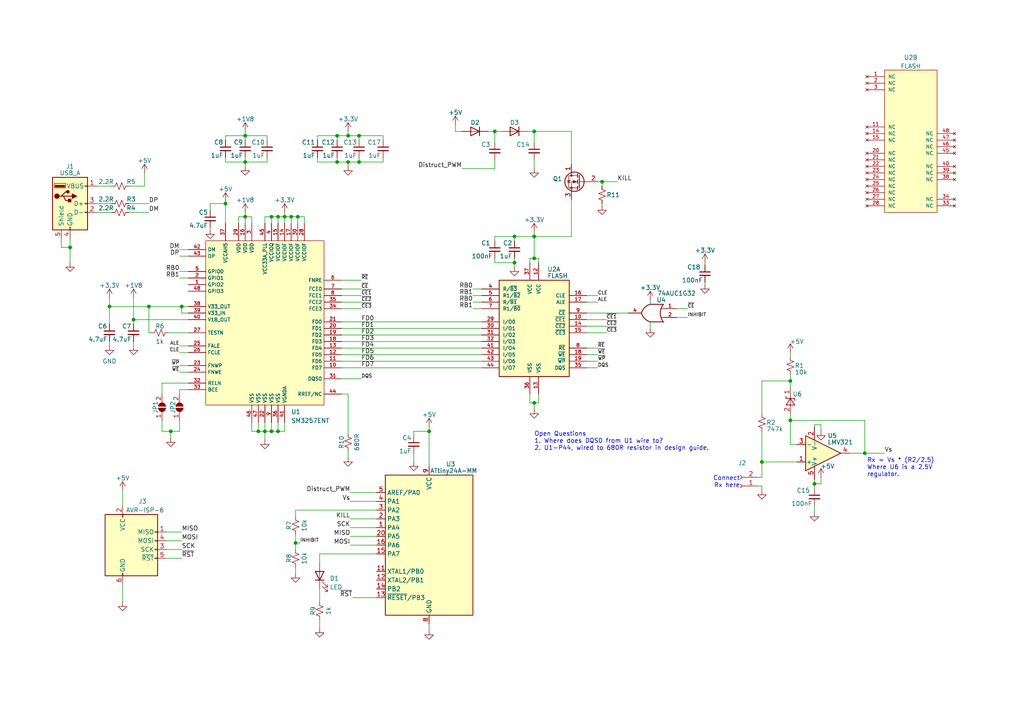
<source format=kicad_sch>
(kicad_sch (version 20211123) (generator eeschema)
  (paper "A4")
  (lib_symbols
    (symbol "74xGxx:74AUC1G32" (pin_names (offset 1.016))
      (property "Reference" "U" (at -2.54 3.81 0))
      (property "Value" "74AUC1G32" (at 0 -3.81 0))
      (symbol "74AUC1G32_1_1"
        (pin input line (at -7.62 1.27 0) (length 3.81) (name "~") (number "1"))
        (pin input line (at -7.62 -1.27 0) (length 3.81) (name "~") (number "2"))
        (pin power_in line (at 0 -2.54 270) (length 0) hide (name "GND") (number "3"))
        (pin output line (at 6.35 0 180) (length 3.81) (name "~") (number "4"))
        (pin power_in line (at 0 2.54 90) (length 0) hide (name "VCC") (number "5"))
      )
    )
    (symbol "Amplifier_Operational:LMV321" (pin_names (offset 0.127))
      (property "Reference" "U" (at 0 5.08 0))
      (property "Value" "LMV321" (at 0 -5.08 0))
      (symbol "LMV321_0_1"
        (pin power_in line (at -2.54 -7.62 90) (length 3.81) (name "V-") (number "2"))
        (pin power_in line (at -2.54 7.62 270) (length 3.81) (name "V+") (number "5"))
      )
      (symbol "LMV321_1_1"
        (pin input line (at -7.62 2.54 0) (length 2.54) (name "+") (number "1"))
        (pin input line (at -7.62 -2.54 0) (length 2.54) (name "-") (number "3"))
        (pin output line (at 7.62 0 180) (length 2.54) (name "~") (number "4"))
      )
    )
    (symbol "Connector:AVR-ISP-6" (pin_names (offset 1.016))
      (property "Reference" "J" (at -6.35 11.43 0))
      (property "Value" "AVR-ISP-6" (at 0 11.43 0))
      (symbol "AVR-ISP-6_1_1"
        (pin passive line (at 10.16 5.08 180) (length 2.54) (name "MISO") (number "1"))
        (pin passive line (at -2.54 12.7 270) (length 2.54) (name "VCC") (number "2"))
        (pin passive line (at 10.16 0 180) (length 2.54) (name "SCK") (number "3"))
        (pin passive line (at 10.16 2.54 180) (length 2.54) (name "MOSI") (number "4"))
        (pin passive line (at 10.16 -2.54 180) (length 2.54) (name "~{RST}") (number "5"))
        (pin passive line (at -2.54 -10.16 90) (length 2.54) (name "GND") (number "6"))
      )
    )
    (symbol "Connector:Conn_01x02_Female" (pin_names (offset 1.016) hide)
      (property "Reference" "J" (at 0 2.54 0))
      (property "Value" "Conn_01x02_Female" (at 0 -5.08 0))
      (symbol "Conn_01x02_Female_1_1"
        (pin passive line (at -5.08 0 0) (length 3.81) (name "Pin_1") (number "1"))
        (pin passive line (at -5.08 -2.54 0) (length 3.81) (name "Pin_2") (number "2"))
      )
    )
    (symbol "Connector:USB_A" (pin_names (offset 1.016))
      (property "Reference" "J" (at -5.08 11.43 0))
      (property "Value" "USB_A" (at -5.08 8.89 0))
      (symbol "USB_A_1_1"
        (pin power_in line (at 7.62 5.08 180) (length 2.54) (name "VBUS") (number "1"))
        (pin bidirectional line (at 7.62 -2.54 180) (length 2.54) (name "D-") (number "2"))
        (pin bidirectional line (at 7.62 0 180) (length 2.54) (name "D+") (number "3"))
        (pin power_in line (at 0 -10.16 90) (length 2.54) (name "GND") (number "4"))
        (pin passive line (at -2.54 -10.16 90) (length 2.54) (name "Shield") (number "5"))
      )
    )
    (symbol "Device:C_Small" (pin_numbers hide) (pin_names (offset 0.254) hide)
      (property "Reference" "C" (at 0.254 1.778 0))
      (property "Value" "C_Small" (at 0.254 -2.032 0))
      (symbol "C_Small_1_1"
        (pin passive line (at 0 2.54 270) (length 2.032) (name "~") (number "1"))
        (pin passive line (at 0 -2.54 90) (length 2.032) (name "~") (number "2"))
      )
    )
    (symbol "Device:D" (pin_numbers hide) (pin_names (offset 1.016) hide)
      (property "Reference" "D" (at 0 2.54 0))
      (property "Value" "D" (at 0 -2.54 0))
      (symbol "D_1_1"
        (pin passive line (at -3.81 0 0) (length 2.54) (name "K") (number "1"))
        (pin passive line (at 3.81 0 180) (length 2.54) (name "A") (number "2"))
      )
    )
    (symbol "Device:LED" (pin_numbers hide) (pin_names (offset 1.016) hide)
      (property "Reference" "D" (at 0 2.54 0))
      (property "Value" "LED" (at 0 -2.54 0))
      (symbol "LED_1_1"
        (pin passive line (at -3.81 0 0) (length 2.54) (name "K") (number "1"))
        (pin passive line (at 3.81 0 180) (length 2.54) (name "A") (number "2"))
      )
    )
    (symbol "Device:Q_NMOS_DGS" (pin_names (offset 0) hide)
      (property "Reference" "Q" (at 5.08 1.27 0))
      (property "Value" "Q_NMOS_DGS" (at 5.08 -1.27 0))
      (symbol "Q_NMOS_DGS_1_1"
        (pin passive line (at 2.54 5.08 270) (length 2.54) (name "D") (number "1"))
        (pin input line (at -5.08 0 0) (length 2.54) (name "G") (number "2"))
        (pin passive line (at 2.54 -5.08 90) (length 2.54) (name "S") (number "3"))
      )
    )
    (symbol "Device:R_Small_US" (pin_numbers hide) (pin_names (offset 0.254) hide)
      (property "Reference" "R" (at 0.762 0.508 0))
      (property "Value" "R_Small_US" (at 0.762 -1.016 0))
      (symbol "R_Small_US_1_1"
        (pin passive line (at 0 2.54 270) (length 1.016) (name "~") (number "1"))
        (pin passive line (at 0 -2.54 90) (length 1.016) (name "~") (number "2"))
      )
    )
    (symbol "JDEC_FLASH:JDEC_FLASH" (pin_names (offset 1.016))
      (property "Reference" "U" (at -7.62 14.605 0))
      (property "Value" "JDEC_FLASH" (at 1.27 -19.685 90))
      (symbol "JDEC_FLASH_1_0"
        (pin input line (at -15.24 2.54 0) (length 5.08) (name "~{CE1}") (number "10"))
        (pin power_in line (at -1.27 19.05 270) (length 5.08) (name "VCC") (number "12"))
        (pin power_in line (at -1.27 -19.05 90) (length 5.08) (name "VSS") (number "13"))
        (pin input line (at -15.24 0.635 0) (length 5.08) (name "~{CE2}") (number "14"))
        (pin input line (at -15.24 -1.27 0) (length 5.08) (name "~{CE3}") (number "15"))
        (pin input line (at -15.24 9.525 0) (length 5.08) (name "CLE") (number "16"))
        (pin input line (at -15.24 7.62 0) (length 5.08) (name "ALE") (number "17"))
        (pin input line (at -15.24 -7.62 0) (length 5.08) (name "~{WE}") (number "18"))
        (pin input line (at -15.24 -9.525 0) (length 5.08) (name "~{WP}") (number "19"))
        (pin bidirectional line (at 15.24 1.905 180) (length 5.08) (name "I/O0") (number "29"))
        (pin bidirectional line (at 15.24 0 180) (length 5.08) (name "I/O1") (number "30"))
        (pin bidirectional line (at 15.24 -1.905 180) (length 5.08) (name "I/O2") (number "31"))
        (pin bidirectional line (at 15.24 -3.81 180) (length 5.08) (name "I/O3") (number "32"))
        (pin input line (at -15.24 -11.43 0) (length 5.08) (name "DQS") (number "35"))
        (pin power_in line (at 1.27 -19.05 90) (length 5.08) (name "VSS") (number "36"))
        (pin power_in line (at 1.27 19.05 270) (length 5.08) (name "VCC") (number "37"))
        (pin output line (at 15.24 11.43 180) (length 5.08) (name "R/~{B3}") (number "4"))
        (pin bidirectional line (at 15.24 -5.715 180) (length 5.08) (name "I/O4") (number "41"))
        (pin bidirectional line (at 15.24 -7.62 180) (length 5.08) (name "I/O5") (number "42"))
        (pin bidirectional line (at 15.24 -9.525 180) (length 5.08) (name "I/O6") (number "43"))
        (pin bidirectional line (at 15.24 -11.43 180) (length 5.08) (name "I/O7") (number "44"))
        (pin output line (at 15.24 9.525 180) (length 5.08) (name "R1/~{B2}") (number "5"))
        (pin output line (at 15.24 7.62 180) (length 5.08) (name "R/~{B1}") (number "6"))
        (pin output line (at 15.24 5.715 180) (length 5.08) (name "R1/~{B0}") (number "7"))
        (pin input line (at -15.24 -5.715 0) (length 5.08) (name "~{RE}") (number "8"))
        (pin input line (at -15.24 4.445 0) (length 5.08) (name "~{CE}") (number "9"))
      )
      (symbol "JDEC_FLASH_2_0"
        (pin no_connect line (at -12.7 18.415 0) (length 5.08) (name "NC") (number "1"))
        (pin no_connect line (at -12.7 3.81 0) (length 5.08) (name "NC") (number "11"))
        (pin no_connect line (at -12.7 1.905 0) (length 5.08) (name "NC") (number "14"))
        (pin no_connect line (at -12.7 0 0) (length 5.08) (name "NC") (number "15"))
        (pin no_connect line (at -12.7 16.51 0) (length 5.08) (name "NC") (number "2"))
        (pin no_connect line (at -12.7 -3.81 0) (length 5.08) (name "NC") (number "20"))
        (pin no_connect line (at -12.7 -5.715 0) (length 5.08) (name "NC") (number "21"))
        (pin no_connect line (at -12.7 -7.62 0) (length 5.08) (name "NC") (number "22"))
        (pin no_connect line (at -12.7 -9.525 0) (length 5.08) (name "NC") (number "23"))
        (pin no_connect line (at -12.7 -11.43 0) (length 5.08) (name "NC") (number "24"))
        (pin no_connect line (at -12.7 -13.335 0) (length 5.08) (name "NC") (number "25"))
        (pin no_connect line (at -12.7 -15.24 0) (length 5.08) (name "NC") (number "26"))
        (pin no_connect line (at -12.7 -17.145 0) (length 5.08) (name "NC") (number "27"))
        (pin no_connect line (at -12.7 -19.05 0) (length 5.08) (name "NC") (number "28"))
        (pin no_connect line (at -12.7 14.605 0) (length 5.08) (name "NC") (number "3"))
        (pin no_connect line (at 12.7 -19.05 180) (length 5.08) (name "NC") (number "33"))
        (pin no_connect line (at 12.7 -17.145 180) (length 5.08) (name "NC") (number "34"))
        (pin no_connect line (at 12.7 -11.43 180) (length 5.08) (name "NC") (number "38"))
        (pin no_connect line (at 12.7 -9.525 180) (length 5.08) (name "NC") (number "39"))
        (pin no_connect line (at 12.7 -7.62 180) (length 5.08) (name "NC") (number "40"))
        (pin no_connect line (at 12.7 -3.81 180) (length 5.08) (name "NC") (number "45"))
        (pin no_connect line (at 12.7 -1.905 180) (length 5.08) (name "NC") (number "46"))
        (pin no_connect line (at 12.7 0 180) (length 5.08) (name "NC") (number "47"))
        (pin no_connect line (at 12.7 1.905 180) (length 5.08) (name "NC") (number "48"))
      )
    )
    (symbol "JDEC_FLASH_1" (pin_names (offset 1.016))
      (property "Reference" "U" (at -7.62 14.605 0))
      (property "Value" "JDEC_FLASH_1" (at 1.27 -19.685 90))
      (symbol "JDEC_FLASH_1_1_0"
        (pin input line (at -15.24 2.54 0) (length 5.08) (name "~{CE1}") (number "10"))
        (pin power_in line (at -1.27 19.05 270) (length 5.08) (name "VCC") (number "12"))
        (pin power_in line (at -1.27 -19.05 90) (length 5.08) (name "VSS") (number "13"))
        (pin input line (at -15.24 0.635 0) (length 5.08) (name "~{CE2}") (number "14"))
        (pin input line (at -15.24 -1.27 0) (length 5.08) (name "~{CE3}") (number "15"))
        (pin input line (at -15.24 9.525 0) (length 5.08) (name "CLE") (number "16"))
        (pin input line (at -15.24 7.62 0) (length 5.08) (name "ALE") (number "17"))
        (pin input line (at -15.24 -7.62 0) (length 5.08) (name "~{WE}") (number "18"))
        (pin input line (at -15.24 -9.525 0) (length 5.08) (name "~{WP}") (number "19"))
        (pin bidirectional line (at 15.24 1.905 180) (length 5.08) (name "I/O0") (number "29"))
        (pin bidirectional line (at 15.24 0 180) (length 5.08) (name "I/O1") (number "30"))
        (pin bidirectional line (at 15.24 -1.905 180) (length 5.08) (name "I/O2") (number "31"))
        (pin bidirectional line (at 15.24 -3.81 180) (length 5.08) (name "I/O3") (number "32"))
        (pin input line (at -15.24 -11.43 0) (length 5.08) (name "DQS") (number "35"))
        (pin power_in line (at 1.27 -19.05 90) (length 5.08) (name "VSS") (number "36"))
        (pin power_in line (at 1.27 19.05 270) (length 5.08) (name "VCC") (number "37"))
        (pin output line (at 15.24 11.43 180) (length 5.08) (name "R/~{B3}") (number "4"))
        (pin bidirectional line (at 15.24 -5.715 180) (length 5.08) (name "I/O4") (number "41"))
        (pin bidirectional line (at 15.24 -7.62 180) (length 5.08) (name "I/O5") (number "42"))
        (pin bidirectional line (at 15.24 -9.525 180) (length 5.08) (name "I/O6") (number "43"))
        (pin bidirectional line (at 15.24 -11.43 180) (length 5.08) (name "I/O7") (number "44"))
        (pin output line (at 15.24 9.525 180) (length 5.08) (name "R1/~{B2}") (number "5"))
        (pin output line (at 15.24 7.62 180) (length 5.08) (name "R/~{B1}") (number "6"))
        (pin output line (at 15.24 5.715 180) (length 5.08) (name "R1/~{B0}") (number "7"))
        (pin input line (at -15.24 -5.715 0) (length 5.08) (name "~{RE}") (number "8"))
        (pin input line (at -15.24 4.445 0) (length 5.08) (name "~{CE}") (number "9"))
      )
      (symbol "JDEC_FLASH_1_2_0"
        (pin no_connect line (at -12.7 18.415 0) (length 5.08) (name "NC") (number "1"))
        (pin no_connect line (at -12.7 3.81 0) (length 5.08) (name "NC") (number "11"))
        (pin no_connect line (at -12.7 1.905 0) (length 5.08) (name "NC") (number "14"))
        (pin no_connect line (at -12.7 0 0) (length 5.08) (name "NC") (number "15"))
        (pin no_connect line (at -12.7 16.51 0) (length 5.08) (name "NC") (number "2"))
        (pin no_connect line (at -12.7 -3.81 0) (length 5.08) (name "NC") (number "20"))
        (pin no_connect line (at -12.7 -5.715 0) (length 5.08) (name "NC") (number "21"))
        (pin no_connect line (at -12.7 -7.62 0) (length 5.08) (name "NC") (number "22"))
        (pin no_connect line (at -12.7 -9.525 0) (length 5.08) (name "NC") (number "23"))
        (pin no_connect line (at -12.7 -11.43 0) (length 5.08) (name "NC") (number "24"))
        (pin no_connect line (at -12.7 -13.335 0) (length 5.08) (name "NC") (number "25"))
        (pin no_connect line (at -12.7 -15.24 0) (length 5.08) (name "NC") (number "26"))
        (pin no_connect line (at -12.7 -17.145 0) (length 5.08) (name "NC") (number "27"))
        (pin no_connect line (at -12.7 -19.05 0) (length 5.08) (name "NC") (number "28"))
        (pin no_connect line (at -12.7 14.605 0) (length 5.08) (name "NC") (number "3"))
        (pin no_connect line (at 12.7 -19.05 180) (length 5.08) (name "NC") (number "33"))
        (pin no_connect line (at 12.7 -17.145 180) (length 5.08) (name "NC") (number "34"))
        (pin no_connect line (at 12.7 -11.43 180) (length 5.08) (name "NC") (number "38"))
        (pin no_connect line (at 12.7 -9.525 180) (length 5.08) (name "NC") (number "39"))
        (pin no_connect line (at 12.7 -7.62 180) (length 5.08) (name "NC") (number "40"))
        (pin no_connect line (at 12.7 -3.81 180) (length 5.08) (name "NC") (number "45"))
        (pin no_connect line (at 12.7 -1.905 180) (length 5.08) (name "NC") (number "46"))
        (pin no_connect line (at 12.7 0 180) (length 5.08) (name "NC") (number "47"))
        (pin no_connect line (at 12.7 1.905 180) (length 5.08) (name "NC") (number "48"))
      )
    )
    (symbol "Jumper:SolderJumper_2_Open" (pin_names (offset 0) hide)
      (property "Reference" "JP" (at 0 2.032 0))
      (property "Value" "SolderJumper_2_Open" (at 0 -2.54 0))
      (symbol "SolderJumper_2_Open_1_1"
        (pin passive line (at -3.81 0 0) (length 2.54) (name "A") (number "1"))
        (pin passive line (at 3.81 0 180) (length 2.54) (name "B") (number "2"))
      )
    )
    (symbol "MCU_Microchip_ATtiny:ATtiny24A-MM"
      (property "Reference" "U" (at -12.7 21.59 0))
      (property "Value" "ATtiny24A-MM" (at 2.54 -21.59 0))
      (symbol "ATtiny24A-MM_1_1"
        (pin bidirectional line (at 15.24 5.08 180) (length 2.54) (name "PA4") (number "1"))
        (pin no_connect line (at -12.7 -10.16 0) (length 2.54) hide (name "NC") (number "10"))
        (pin bidirectional line (at 15.24 -7.62 180) (length 2.54) (name "XTAL1/PB0") (number "11"))
        (pin bidirectional line (at 15.24 -10.16 180) (length 2.54) (name "XTAL2/PB1") (number "12"))
        (pin bidirectional line (at 15.24 -15.24 180) (length 2.54) (name "~{RESET}/PB3") (number "13"))
        (pin bidirectional line (at 15.24 -12.7 180) (length 2.54) (name "PB2") (number "14"))
        (pin bidirectional line (at 15.24 -2.54 180) (length 2.54) (name "PA7") (number "15"))
        (pin bidirectional line (at 15.24 0 180) (length 2.54) (name "PA6") (number "16"))
        (pin no_connect line (at -12.7 -12.7 0) (length 2.54) hide (name "NC") (number "17"))
        (pin no_connect line (at -12.7 -15.24 0) (length 2.54) hide (name "NC") (number "18"))
        (pin no_connect line (at -12.7 -17.78 0) (length 2.54) hide (name "NC") (number "19"))
        (pin bidirectional line (at 15.24 7.62 180) (length 2.54) (name "PA3") (number "2"))
        (pin bidirectional line (at 15.24 2.54 180) (length 2.54) (name "PA5") (number "20"))
        (pin passive line (at 0 -22.86 90) (length 2.54) hide (name "GND") (number "21"))
        (pin bidirectional line (at 15.24 10.16 180) (length 2.54) (name "PA2") (number "3"))
        (pin bidirectional line (at 15.24 12.7 180) (length 2.54) (name "PA1") (number "4"))
        (pin bidirectional line (at 15.24 15.24 180) (length 2.54) (name "AREF/PA0") (number "5"))
        (pin no_connect line (at -12.7 -5.08 0) (length 2.54) hide (name "NC") (number "6"))
        (pin no_connect line (at -12.7 -7.62 0) (length 2.54) hide (name "NC") (number "7"))
        (pin power_in line (at 0 -22.86 90) (length 2.54) (name "GND") (number "8"))
        (pin power_in line (at 0 22.86 270) (length 2.54) (name "VCC") (number "9"))
      )
    )
    (symbol "Reference_Voltage:LM4040DBZ-2.5" (pin_names (offset 0.0254) hide)
      (property "Reference" "U" (at 0 2.54 0))
      (property "Value" "LM4040DBZ-2.5" (at 0 -3.175 0))
      (symbol "LM4040DBZ-2.5_1_1"
        (pin passive line (at 3.81 0 180) (length 2.54) (name "K") (number "1"))
        (pin passive line (at -3.81 0 0) (length 2.54) (name "A") (number "2"))
      )
    )
    (symbol "power:+1V8" (power) (pin_names (offset 0))
      (property "Value" "+1V8" (at 0 3.556 0))
      (symbol "+1V8_1_1"
        (pin power_in line (at 0 0 90) (length 0) hide (name "+1V8") (number "1"))
      )
    )
    (symbol "power:+3.3V" (power) (pin_names (offset 0))
      (property "Value" "+3.3V" (at 0 3.556 0))
      (symbol "+3.3V_1_1"
        (pin power_in line (at 0 0 90) (length 0) hide (name "+3.3V") (number "1"))
      )
    )
    (symbol "power:+5V" (power) (pin_names (offset 0))
      (property "Value" "+5V" (at 0 3.556 0))
      (symbol "+5V_1_1"
        (pin power_in line (at 0 0 90) (length 0) hide (name "+5V") (number "1"))
      )
    )
    (symbol "power:GND" (power) (pin_names (offset 0))
      (property "Value" "GND" (at 0 -3.81 0))
      (symbol "GND_1_1"
        (pin power_in line (at 0 0 270) (length 0) hide (name "GND") (number "1"))
      )
    )
    (symbol "sm3257en:SM3257ENT"
      (property "Reference" "U" (at 13.335 26.67 0))
      (property "Value" "SM3257ENT" (at 17.78 24.765 0))
      (symbol "SM3257ENT_1_0"
        (pin bidirectional line (at -22.225 10.795 0) (length 5.08) (name "GPIO2") (number "1"))
        (pin bidirectional line (at 22.225 -13.335 180) (length 5.08) (name "FD7") (number "10"))
        (pin bidirectional line (at 22.225 -11.43 180) (length 5.08) (name "FD6") (number "11"))
        (pin bidirectional line (at 22.225 -9.525 180) (length 5.08) (name "FD5") (number "12"))
        (pin bidirectional line (at 22.225 -7.62 180) (length 5.08) (name "FD4") (number "13"))
        (pin power_in line (at 5.715 28.575 270) (length 5.08) (name "VCCIOF") (number "14"))
        (pin power_in line (at 3.81 28.575 270) (length 5.08) (name "VCCIOF") (number "15"))
        (pin power_in line (at -5.715 28.575 270) (length 5.08) (name "VDD") (number "16"))
        (pin power_in line (at 7.62 28.575 270) (length 5.08) (name "VCCIOF") (number "17"))
        (pin bidirectional line (at 22.225 -5.715 180) (length 5.08) (name "FD3") (number "18"))
        (pin bidirectional line (at 22.225 -3.81 180) (length 5.08) (name "FD2") (number "19"))
        (pin bidirectional line (at -22.225 12.7 0) (length 5.08) (name "GPIO1") (number "2"))
        (pin bidirectional line (at 22.225 -1.905 180) (length 5.08) (name "FD1") (number "20"))
        (pin bidirectional line (at 22.225 0 180) (length 5.08) (name "FD0") (number "21"))
        (pin power_in line (at 0 -29.21 90) (length 5.08) (name "VSS") (number "22"))
        (pin output line (at -22.225 -12.7 0) (length 5.08) (name "FNWP") (number "23"))
        (pin output line (at -22.225 -14.605 0) (length 5.08) (name "FNWE") (number "24"))
        (pin output line (at -22.225 -6.985 0) (length 5.08) (name "FALE") (number "25"))
        (pin output line (at -22.225 -8.89 0) (length 5.08) (name "FCLE") (number "26"))
        (pin input line (at -22.225 -3.175 0) (length 5.08) (name "TESTN") (number "27"))
        (pin power_in line (at 11.43 28.575 270) (length 5.08) (name "VCCIOF") (number "28"))
        (pin power_in line (at -7.62 28.575 270) (length 5.08) (name "VDD") (number "29"))
        (pin power_in line (at -3.81 28.575 270) (length 5.08) (name "VDD") (number "3"))
        (pin power_in line (at 9.525 28.575 270) (length 5.08) (name "VCCIOF") (number "30"))
        (pin bidirectional line (at 22.225 -16.51 180) (length 5.08) (name "DQS0") (number "31"))
        (pin input line (at -22.225 -17.78 0) (length 5.08) (name "RELN") (number "32"))
        (pin input line (at -22.225 -19.685 0) (length 5.08) (name "BCE") (number "33"))
        (pin bidirectional line (at 22.225 3.81 180) (length 5.08) (name "FCE3") (number "34"))
        (pin bidirectional line (at 22.225 5.715 180) (length 5.08) (name "FCE2") (number "35"))
        (pin power_in line (at 3.81 -29.21 90) (length 5.08) (name "VSS") (number "36"))
        (pin power_in line (at -11.43 28.575 270) (length 5.08) (name "VCCAH5") (number "37"))
        (pin power_out line (at -22.225 4.445 0) (length 5.08) (name "V33_OUT") (number "38"))
        (pin power_out line (at -22.225 2.54 0) (length 5.08) (name "V33_IN") (number "39"))
        (pin power_in line (at 1.905 28.575 270) (length 5.08) (name "VCCIOQ") (number "4"))
        (pin power_out line (at -22.225 0.635 0) (length 5.08) (name "V18_OUT") (number "40"))
        (pin power_in line (at 5.715 -29.21 90) (length 5.08) (name "VGNDA") (number "41"))
        (pin bidirectional line (at -22.225 20.955 0) (length 5.08) (name "DM") (number "42"))
        (pin bidirectional line (at -22.225 19.05 0) (length 5.08) (name "DP") (number "43"))
        (pin output line (at 22.225 -20.955 180) (length 5.08) (name "RREF/NC") (number "44"))
        (pin power_in line (at 0 28.575 270) (length 5.08) (name "VCC33A_PLL") (number "45"))
        (pin power_in line (at -3.81 -29.21 90) (length 5.08) (name "VSS") (number "46"))
        (pin power_in line (at -1.905 -29.21 90) (length 5.08) (name "VSS") (number "47"))
        (pin bidirectional line (at -22.225 8.89 0) (length 5.08) (name "GPIO3") (number "48"))
        (pin bidirectional line (at -22.225 14.605 0) (length 5.08) (name "GPIO0") (number "5"))
        (pin output line (at 22.225 12.065 180) (length 5.08) (name "FNRE") (number "6"))
        (pin bidirectional line (at 22.225 9.525 180) (length 5.08) (name "FCE0") (number "7"))
        (pin bidirectional line (at 22.225 7.62 180) (length 5.08) (name "FCE1") (number "8"))
        (pin power_in line (at 1.905 -29.21 90) (length 5.08) (name "VSS") (number "9"))
      )
    )
  )
  (junction (at 74.93 125.095))
  (junction (at 236.22 140.335))
  (junction (at 38.735 92.71))
  (junction (at 20.32 71.755))
  (junction (at 78.74 125.095))
  (junction (at 154.94 116.84))
  (junction (at 31.75 88.9))
  (junction (at 229.235 121.92))
  (junction (at 104.14 39.37))
  (junction (at 100.965 46.99))
  (junction (at 250.825 131.445))
  (junction (at 229.235 110.49))
  (junction (at 86.36 62.865))
  (junction (at 97.79 39.37))
  (junction (at 80.645 125.095))
  (junction (at 149.225 68.58))
  (junction (at 52.705 88.9))
  (junction (at 100.965 39.37))
  (junction (at 49.53 125.095))
  (junction (at 154.94 74.93))
  (junction (at 82.55 62.865))
  (junction (at 85.725 157.48))
  (junction (at 71.12 62.865))
  (junction (at 80.645 62.865))
  (junction (at 124.46 125.095))
  (junction (at 65.405 59.055))
  (junction (at 78.74 62.865))
  (junction (at 104.14 46.99))
  (junction (at 84.455 62.865))
  (junction (at 43.18 88.9))
  (junction (at 71.12 39.37))
  (junction (at 71.12 46.99))
  (junction (at 154.94 38.1))
  (junction (at 154.94 68.58))
  (junction (at 76.835 125.095))
  (junction (at 97.79 46.99))
  (junction (at 220.98 133.985))
  (junction (at 143.51 38.1))
  (junction (at 174.625 52.705))
  (junction (at 149.225 76.2))
  (wire (pts (xy 71.12 62.865) (xy 69.215 62.865)))
  (wire (pts (xy 132.08 38.1) (xy 133.985 38.1)))
  (wire (pts (xy 104.775 89.535) (xy 99.06 89.535)))
  (wire (pts (xy 71.12 62.865) (xy 73.025 62.865)))
  (wire (pts (xy 139.7 102.87) (xy 99.06 102.87)))
  (wire (pts (xy 71.12 61.595) (xy 71.12 62.865)))
  (wire (pts (xy 52.07 114.3) (xy 52.07 113.03)))
  (wire (pts (xy 86.36 64.77) (xy 86.36 62.865)))
  (wire (pts (xy 54.61 111.125) (xy 46.99 111.125)))
  (wire (pts (xy 31.75 86.36) (xy 31.75 88.9)))
  (wire (pts (xy 76.835 62.865) (xy 76.835 64.77)))
  (wire (pts (xy 38.735 93.98) (xy 38.735 92.71)))
  (wire (pts (xy 92.075 40.64) (xy 92.075 39.37)))
  (wire (pts (xy 101.6 142.875) (xy 109.22 142.875)))
  (wire (pts (xy 120.015 126.365) (xy 120.015 125.095)))
  (wire (pts (xy 52.07 100.33) (xy 54.61 100.33)))
  (wire (pts (xy 156.21 76.2) (xy 156.21 74.93)))
  (wire (pts (xy 137.16 87.63) (xy 139.7 87.63)))
  (wire (pts (xy 80.645 122.555) (xy 80.645 125.095)))
  (wire (pts (xy 97.79 39.37) (xy 100.965 39.37)))
  (wire (pts (xy 52.07 113.03) (xy 54.61 113.03)))
  (wire (pts (xy 231.14 128.905) (xy 229.235 128.905)))
  (wire (pts (xy 175.895 96.52) (xy 170.18 96.52)))
  (wire (pts (xy 78.74 64.77) (xy 78.74 62.865)))
  (wire (pts (xy 204.47 81.915) (xy 204.47 82.55)))
  (wire (pts (xy 149.225 68.58) (xy 154.94 68.58)))
  (wire (pts (xy 109.22 147.955) (xy 85.725 147.955)))
  (wire (pts (xy 149.225 76.2) (xy 149.225 77.47)))
  (wire (pts (xy 188.595 93.345) (xy 188.595 95.25)))
  (wire (pts (xy 37.465 59.055) (xy 43.18 59.055)))
  (wire (pts (xy 71.12 46.99) (xy 77.47 46.99)))
  (wire (pts (xy 27.94 59.055) (xy 32.385 59.055)))
  (wire (pts (xy 38.735 92.71) (xy 54.61 92.71)))
  (wire (pts (xy 111.125 45.72) (xy 111.125 46.99)))
  (wire (pts (xy 78.74 122.555) (xy 78.74 125.095)))
  (wire (pts (xy 32.385 53.975) (xy 27.94 53.975)))
  (wire (pts (xy 80.645 125.095) (xy 82.55 125.095)))
  (wire (pts (xy 236.22 140.335) (xy 236.22 141.605)))
  (wire (pts (xy 52.705 154.305) (xy 48.26 154.305)))
  (wire (pts (xy 43.815 96.52) (xy 43.18 96.52)))
  (wire (pts (xy 102.235 173.355) (xy 109.22 173.355)))
  (wire (pts (xy 219.71 138.43) (xy 220.98 138.43)))
  (wire (pts (xy 80.645 62.865) (xy 78.74 62.865)))
  (wire (pts (xy 124.46 180.975) (xy 124.46 182.88)))
  (wire (pts (xy 104.14 39.37) (xy 104.14 40.64)))
  (wire (pts (xy 17.78 71.755) (xy 20.32 71.755)))
  (wire (pts (xy 88.265 64.77) (xy 88.265 62.865)))
  (wire (pts (xy 52.705 156.845) (xy 48.26 156.845)))
  (wire (pts (xy 238.125 138.43) (xy 238.125 140.335)))
  (wire (pts (xy 71.12 38.1) (xy 71.12 39.37)))
  (wire (pts (xy 154.94 68.58) (xy 154.94 74.93)))
  (wire (pts (xy 52.07 102.235) (xy 54.61 102.235)))
  (wire (pts (xy 52.07 80.645) (xy 54.61 80.645)))
  (wire (pts (xy 92.075 45.72) (xy 92.075 46.99)))
  (wire (pts (xy 65.405 39.37) (xy 71.12 39.37)))
  (wire (pts (xy 229.235 102.235) (xy 229.235 103.505)))
  (wire (pts (xy 120.015 131.445) (xy 120.015 133.985)))
  (wire (pts (xy 52.705 159.385) (xy 48.26 159.385)))
  (wire (pts (xy 143.51 38.1) (xy 143.51 41.275)))
  (wire (pts (xy 71.12 39.37) (xy 71.12 40.64)))
  (wire (pts (xy 170.18 90.805) (xy 182.245 90.805)))
  (wire (pts (xy 174.625 52.705) (xy 174.625 53.975)))
  (wire (pts (xy 52.07 74.295) (xy 54.61 74.295)))
  (wire (pts (xy 170.18 106.68) (xy 173.355 106.68)))
  (wire (pts (xy 52.07 106.045) (xy 54.61 106.045)))
  (wire (pts (xy 153.035 38.1) (xy 154.94 38.1)))
  (wire (pts (xy 65.405 45.72) (xy 65.405 46.99)))
  (wire (pts (xy 220.98 133.985) (xy 220.98 125.095)))
  (wire (pts (xy 141.605 38.1) (xy 143.51 38.1)))
  (wire (pts (xy 92.71 163.195) (xy 92.71 160.655)))
  (wire (pts (xy 124.46 123.825) (xy 124.46 125.095)))
  (wire (pts (xy 100.965 46.99) (xy 100.965 48.26)))
  (wire (pts (xy 20.32 69.215) (xy 20.32 71.755)))
  (wire (pts (xy 73.025 122.555) (xy 73.025 125.095)))
  (wire (pts (xy 100.965 46.99) (xy 104.14 46.99)))
  (wire (pts (xy 175.895 94.615) (xy 170.18 94.615)))
  (wire (pts (xy 49.53 125.095) (xy 52.07 125.095)))
  (wire (pts (xy 229.235 110.49) (xy 229.235 112.395)))
  (wire (pts (xy 73.025 62.865) (xy 73.025 64.77)))
  (wire (pts (xy 78.74 125.095) (xy 80.645 125.095)))
  (wire (pts (xy 71.12 62.865) (xy 71.12 64.77)))
  (wire (pts (xy 71.12 45.72) (xy 71.12 46.99)))
  (wire (pts (xy 71.12 46.99) (xy 71.12 48.26)))
  (wire (pts (xy 54.61 88.9) (xy 52.705 88.9)))
  (wire (pts (xy 153.67 74.93) (xy 153.67 76.2)))
  (wire (pts (xy 179.07 52.705) (xy 174.625 52.705)))
  (wire (pts (xy 85.725 157.48) (xy 86.995 157.48)))
  (wire (pts (xy 236.22 123.825) (xy 236.22 123.19)))
  (wire (pts (xy 139.7 95.25) (xy 99.06 95.25)))
  (wire (pts (xy 154.94 67.31) (xy 154.94 68.58)))
  (wire (pts (xy 48.895 96.52) (xy 54.61 96.52)))
  (wire (pts (xy 77.47 46.99) (xy 77.47 45.72)))
  (wire (pts (xy 229.235 121.92) (xy 250.825 121.92)))
  (wire (pts (xy 196.215 92.075) (xy 199.39 92.075)))
  (wire (pts (xy 82.55 125.095) (xy 82.55 122.555)))
  (wire (pts (xy 154.94 38.1) (xy 165.735 38.1)))
  (wire (pts (xy 101.6 158.115) (xy 109.22 158.115)))
  (wire (pts (xy 236.22 123.19) (xy 238.125 123.19)))
  (wire (pts (xy 85.725 147.955) (xy 85.725 149.86)))
  (wire (pts (xy 52.07 72.39) (xy 54.61 72.39)))
  (wire (pts (xy 99.06 81.28) (xy 104.775 81.28)))
  (wire (pts (xy 220.98 133.985) (xy 220.98 138.43)))
  (wire (pts (xy 97.79 45.72) (xy 97.79 46.99)))
  (wire (pts (xy 52.07 125.095) (xy 52.07 121.92)))
  (wire (pts (xy 149.225 69.85) (xy 149.225 68.58)))
  (wire (pts (xy 60.96 59.055) (xy 65.405 59.055)))
  (wire (pts (xy 111.125 46.99) (xy 104.14 46.99)))
  (wire (pts (xy 154.94 46.355) (xy 154.94 48.895)))
  (wire (pts (xy 250.825 131.445) (xy 256.54 131.445)))
  (wire (pts (xy 82.55 64.77) (xy 82.55 62.865)))
  (wire (pts (xy 46.99 121.92) (xy 46.99 125.095)))
  (wire (pts (xy 104.14 39.37) (xy 111.125 39.37)))
  (wire (pts (xy 143.51 38.1) (xy 145.415 38.1)))
  (wire (pts (xy 111.125 39.37) (xy 111.125 40.64)))
  (wire (pts (xy 92.075 46.99) (xy 97.79 46.99)))
  (wire (pts (xy 156.21 74.93) (xy 154.94 74.93)))
  (wire (pts (xy 73.025 125.095) (xy 74.93 125.095)))
  (wire (pts (xy 104.775 87.63) (xy 99.06 87.63)))
  (wire (pts (xy 204.47 76.2) (xy 204.47 76.835)))
  (wire (pts (xy 124.46 125.095) (xy 124.46 135.255)))
  (wire (pts (xy 69.215 62.865) (xy 69.215 64.77)))
  (wire (pts (xy 43.18 96.52) (xy 43.18 88.9)))
  (wire (pts (xy 76.835 127.635) (xy 76.835 125.095)))
  (wire (pts (xy 154.94 74.93) (xy 153.67 74.93)))
  (wire (pts (xy 74.93 122.555) (xy 74.93 125.095)))
  (wire (pts (xy 65.405 46.99) (xy 71.12 46.99)))
  (wire (pts (xy 37.465 53.975) (xy 41.91 53.975)))
  (wire (pts (xy 174.625 52.705) (xy 173.355 52.705)))
  (wire (pts (xy 137.16 89.535) (xy 139.7 89.535)))
  (wire (pts (xy 88.265 62.865) (xy 86.36 62.865)))
  (wire (pts (xy 82.55 61.595) (xy 82.55 62.865)))
  (wire (pts (xy 100.965 39.37) (xy 104.14 39.37)))
  (wire (pts (xy 52.07 78.74) (xy 54.61 78.74)))
  (wire (pts (xy 49.53 125.095) (xy 49.53 127)))
  (wire (pts (xy 104.14 46.99) (xy 104.14 45.72)))
  (wire (pts (xy 139.7 106.68) (xy 99.06 106.68)))
  (wire (pts (xy 92.71 160.655) (xy 109.22 160.655)))
  (wire (pts (xy 76.835 122.555) (xy 76.835 125.095)))
  (wire (pts (xy 76.835 125.095) (xy 78.74 125.095)))
  (wire (pts (xy 175.895 92.71) (xy 170.18 92.71)))
  (wire (pts (xy 54.61 90.805) (xy 52.705 90.805)))
  (wire (pts (xy 246.38 131.445) (xy 250.825 131.445)))
  (wire (pts (xy 170.18 104.775) (xy 173.355 104.775)))
  (wire (pts (xy 104.775 109.855) (xy 99.06 109.855)))
  (wire (pts (xy 229.235 128.905) (xy 229.235 121.92)))
  (wire (pts (xy 38.735 86.36) (xy 38.735 92.71)))
  (wire (pts (xy 133.985 48.895) (xy 143.51 48.895)))
  (wire (pts (xy 143.51 48.895) (xy 143.51 46.355)))
  (wire (pts (xy 143.51 68.58) (xy 149.225 68.58)))
  (wire (pts (xy 220.98 133.985) (xy 231.14 133.985)))
  (wire (pts (xy 84.455 64.77) (xy 84.455 62.865)))
  (wire (pts (xy 139.7 93.345) (xy 99.06 93.345)))
  (wire (pts (xy 85.725 154.94) (xy 85.725 157.48)))
  (wire (pts (xy 154.94 38.1) (xy 154.94 41.275)))
  (wire (pts (xy 65.405 40.64) (xy 65.405 39.37)))
  (wire (pts (xy 153.67 114.3) (xy 153.67 116.84)))
  (wire (pts (xy 52.705 90.805) (xy 52.705 88.9)))
  (wire (pts (xy 92.075 39.37) (xy 97.79 39.37)))
  (wire (pts (xy 78.74 62.865) (xy 76.835 62.865)))
  (wire (pts (xy 20.32 71.755) (xy 20.32 76.2)))
  (wire (pts (xy 65.405 58.42) (xy 65.405 59.055)))
  (wire (pts (xy 170.18 100.965) (xy 173.355 100.965)))
  (wire (pts (xy 99.06 114.3) (xy 100.965 114.3)))
  (wire (pts (xy 71.12 39.37) (xy 77.47 39.37)))
  (wire (pts (xy 92.71 170.815) (xy 92.71 174.625)))
  (wire (pts (xy 52.07 107.95) (xy 54.61 107.95)))
  (wire (pts (xy 156.21 114.3) (xy 156.21 116.84)))
  (wire (pts (xy 188.595 86.995) (xy 188.595 88.265)))
  (wire (pts (xy 77.47 39.37) (xy 77.47 40.64)))
  (wire (pts (xy 86.36 62.865) (xy 84.455 62.865)))
  (wire (pts (xy 17.78 69.215) (xy 17.78 71.755)))
  (wire (pts (xy 143.51 69.85) (xy 143.51 68.58)))
  (wire (pts (xy 100.965 114.3) (xy 100.965 125.73)))
  (wire (pts (xy 35.56 142.24) (xy 35.56 146.685)))
  (wire (pts (xy 196.215 89.535) (xy 199.39 89.535)))
  (wire (pts (xy 137.16 83.82) (xy 139.7 83.82)))
  (wire (pts (xy 219.71 140.97) (xy 220.98 140.97)))
  (wire (pts (xy 174.625 59.055) (xy 174.625 59.69)))
  (wire (pts (xy 101.6 155.575) (xy 109.22 155.575)))
  (wire (pts (xy 65.405 59.055) (xy 65.405 64.77)))
  (wire (pts (xy 74.93 125.095) (xy 76.835 125.095)))
  (wire (pts (xy 35.56 169.545) (xy 35.56 174.625)))
  (wire (pts (xy 92.71 179.705) (xy 92.71 182.245)))
  (wire (pts (xy 132.08 36.195) (xy 132.08 38.1)))
  (wire (pts (xy 238.125 123.19) (xy 238.125 125.095)))
  (wire (pts (xy 80.645 64.77) (xy 80.645 62.865)))
  (wire (pts (xy 46.99 111.125) (xy 46.99 114.3)))
  (wire (pts (xy 52.705 161.925) (xy 48.26 161.925)))
  (wire (pts (xy 97.79 46.99) (xy 100.965 46.99)))
  (wire (pts (xy 139.7 104.775) (xy 99.06 104.775)))
  (wire (pts (xy 165.735 38.1) (xy 165.735 47.625)))
  (wire (pts (xy 101.6 150.495) (xy 109.22 150.495)))
  (wire (pts (xy 236.22 140.335) (xy 238.125 140.335)))
  (wire (pts (xy 120.015 125.095) (xy 124.46 125.095)))
  (wire (pts (xy 31.75 88.9) (xy 31.75 93.98)))
  (wire (pts (xy 250.825 121.92) (xy 250.825 131.445)))
  (wire (pts (xy 31.75 99.06) (xy 31.75 100.33)))
  (wire (pts (xy 154.94 116.84) (xy 156.21 116.84)))
  (wire (pts (xy 149.225 74.93) (xy 149.225 76.2)))
  (wire (pts (xy 139.7 99.06) (xy 99.06 99.06)))
  (wire (pts (xy 220.98 140.97) (xy 220.98 142.24)))
  (wire (pts (xy 100.965 130.81) (xy 100.965 132.715)))
  (wire (pts (xy 139.7 100.965) (xy 99.06 100.965)))
  (wire (pts (xy 220.98 110.49) (xy 220.98 120.015)))
  (wire (pts (xy 37.465 61.595) (xy 43.18 61.595)))
  (wire (pts (xy 97.79 39.37) (xy 97.79 40.64)))
  (wire (pts (xy 60.96 66.04) (xy 60.96 66.675)))
  (wire (pts (xy 229.235 108.585) (xy 229.235 110.49)))
  (wire (pts (xy 41.91 50.165) (xy 41.91 53.975)))
  (wire (pts (xy 220.98 110.49) (xy 229.235 110.49)))
  (wire (pts (xy 104.775 85.725) (xy 99.06 85.725)))
  (wire (pts (xy 27.94 61.595) (xy 32.385 61.595)))
  (wire (pts (xy 165.735 57.785) (xy 165.735 68.58)))
  (wire (pts (xy 236.22 139.065) (xy 236.22 140.335)))
  (wire (pts (xy 170.18 85.725) (xy 173.355 85.725)))
  (wire (pts (xy 60.96 59.055) (xy 60.96 60.96)))
  (wire (pts (xy 43.18 88.9) (xy 52.705 88.9)))
  (wire (pts (xy 100.965 38.1) (xy 100.965 39.37)))
  (wire (pts (xy 85.725 157.48) (xy 85.725 159.385)))
  (wire (pts (xy 84.455 62.865) (xy 82.55 62.865)))
  (wire (pts (xy 236.22 146.685) (xy 236.22 148.59)))
  (wire (pts (xy 170.18 87.63) (xy 173.355 87.63)))
  (wire (pts (xy 82.55 62.865) (xy 80.645 62.865)))
  (wire (pts (xy 154.94 116.84) (xy 154.94 118.745)))
  (wire (pts (xy 31.75 88.9) (xy 43.18 88.9)))
  (wire (pts (xy 153.67 116.84) (xy 154.94 116.84)))
  (wire (pts (xy 38.735 99.06) (xy 38.735 100.33)))
  (wire (pts (xy 139.7 97.155) (xy 99.06 97.155)))
  (wire (pts (xy 85.725 164.465) (xy 85.725 166.37)))
  (wire (pts (xy 137.16 85.725) (xy 139.7 85.725)))
  (wire (pts (xy 143.51 76.2) (xy 149.225 76.2)))
  (wire (pts (xy 101.6 145.415) (xy 109.22 145.415)))
  (wire (pts (xy 46.99 125.095) (xy 49.53 125.095)))
  (wire (pts (xy 101.6 153.035) (xy 109.22 153.035)))
  (wire (pts (xy 104.775 83.82) (xy 99.06 83.82)))
  (wire (pts (xy 143.51 74.93) (xy 143.51 76.2)))
  (wire (pts (xy 165.735 68.58) (xy 154.94 68.58)))
  (wire (pts (xy 170.18 102.87) (xy 173.355 102.87)))
  (wire (pts (xy 229.235 120.015) (xy 229.235 121.92)))
  (text "Connect\nRx here" (at 214.63 141.605 180) (effects (font (size 1.27 1.27)) (justify right bottom)))
  (text "Open Questions\n1. Where does DQS0 from U1 wire to?\n2. U1-P44, wired to 680R resistor in design guide." (at 154.94 130.81 0) (effects (font (size 1.27 1.27)) (justify left bottom)))
  (text "Rx = Vs * (R2/2.5)\nWhere U6 is a 2.5V\nregulator." (at 251.46 138.43 0) (effects (font (size 1.27 1.27)) (justify left bottom)))
  (label "~{RE}" (at 104.775 81.28 0) (effects (font (size 1 1))))
  (label "~{CE}" (at 199.39 89.535 0) (effects (font (size 1 1))))
  (label "MOSI" (at 52.705 156.845 0))
  (label "ALE" (at 52.07 100.33 180) (effects (font (size 1 1))))
  (label "~{RST}" (at 102.235 173.355 180))
  (label "RB1" (at 137.16 85.725 180))
  (label "FD0" (at 104.775 93.345 0))
  (label "FD5" (at 104.775 102.87 0))
  (label "RB0" (at 137.16 87.63 180))
  (label "FD7" (at 104.775 106.68 0))
  (label "SCK" (at 101.6 153.035 180))
  (label "FD6" (at 104.775 104.775 0))
  (label "DQS" (at 173.355 106.68 0) (effects (font (size 1 1))))
  (label "~{CE1}" (at 104.775 85.725 0) (effects (font (size 1 1))))
  (label "DP" (at 43.18 59.055 0))
  (label "RB0" (at 52.07 78.74 180))
  (label "Vs" (at 101.6 145.415 180))
  (label "RB1" (at 52.07 80.645 180))
  (label "~{WP}" (at 173.355 104.775 0) (effects (font (size 1 1))))
  (label "MISO" (at 101.6 155.575 180))
  (label "KILL" (at 179.07 52.705 0))
  (label "Distruct_PWM" (at 101.6 142.875 180))
  (label "DP" (at 52.07 74.295 180))
  (label "FD2" (at 104.775 97.155 0))
  (label "INHIBIT" (at 86.995 157.48 0) (effects (font (size 1 1))))
  (label "~{WP}" (at 52.07 106.045 180) (effects (font (size 1 1))))
  (label "FD1" (at 104.775 95.25 0))
  (label "~{CE2}" (at 104.775 87.63 0) (effects (font (size 1 1))))
  (label "~{CE3}" (at 104.775 89.535 0) (effects (font (size 1 1))))
  (label "DQS" (at 104.775 109.855 0) (effects (font (size 1 1))))
  (label "DM" (at 43.18 61.595 0))
  (label "~{RE}" (at 173.355 100.965 0) (effects (font (size 1 1))))
  (label "MOSI" (at 101.6 158.115 180))
  (label "CLE" (at 173.355 85.725 0) (effects (font (size 1 1))))
  (label "~{RST}" (at 52.705 161.925 0))
  (label "~{CE3}" (at 175.895 96.52 0) (effects (font (size 1 1))))
  (label "RB0" (at 137.16 83.82 180))
  (label "FD4" (at 104.775 100.965 0))
  (label "~{CE2}" (at 175.895 94.615 0) (effects (font (size 1 1))))
  (label "DM" (at 52.07 72.39 180))
  (label "CLE" (at 52.07 102.235 180) (effects (font (size 1 1))))
  (label "~{WE}" (at 52.07 107.95 180) (effects (font (size 1 1))))
  (label "~{CE}" (at 104.775 83.82 0) (effects (font (size 1 1))))
  (label "MISO" (at 52.705 154.305 0))
  (label "Vs" (at 256.54 131.445 0))
  (label "KILL" (at 101.6 150.495 180))
  (label "ALE" (at 173.355 87.63 0) (effects (font (size 1 1))))
  (label "FD3" (at 104.775 99.06 0))
  (label "~{WE}" (at 173.355 102.87 0) (effects (font (size 1 1))))
  (label "SCK" (at 52.705 159.385 0))
  (label "~{CE1}" (at 175.895 92.71 0) (effects (font (size 1 1))))
  (label "Distruct_PWM" (at 133.985 48.895 180))
  (label "RB1" (at 137.16 89.535 180))
  (label "INHIBIT" (at 199.39 92.075 0) (effects (font (size 1 1))))
  (symbol (lib_id "power:GND") (at 85.725 166.37 0) (unit 1)
    (property "Reference" "#PWR028" (effects hide))
    (property "Value" "GND" (effects hide))
  )
  (symbol (lib_id "Device:C_Small") (at 60.96 63.5 0) (unit 1)
    (property "Reference" "C5" (at 60.325 61.595 0) (effects (justify right)))
    (property "Value" "4.7uF" (at 60.325 65.405 0) (effects (justify right)))
    (property "Footprint" "Capacitor_SMD:C_0603_1608Metric" (effects hide))
  )
  (symbol (lib_id "Device:C_Small") (at 154.94 43.815 0) (unit 1)
    (property "Reference" "C14" (at 153.67 41.91 0) (effects (justify right)))
    (property "Value" "100nF" (effects hide))
    (property "Footprint" "Capacitor_SMD:C_0603_1608Metric" (effects hide))
  )
  (symbol (lib_id "Device:R_Small_US") (at 100.965 128.27 180) (unit 1)
    (property "Reference" "R10" (at 99.06 128.27 90))
    (property "Value" "680R" (at 103.505 128.27 90))
    (property "Footprint" "Resistor_SMD:R_0603_1608Metric" (effects hide))
  )
  (symbol (lib_id "power:GND") (at 100.965 48.26 0) (unit 1)
    (property "Reference" "#PWR021" (effects hide))
    (property "Value" "GND" (effects hide))
  )
  (symbol (lib_id "power:GND") (at 188.595 95.25 0) (unit 1)
    (property "Reference" "#PWR023" (effects hide))
    (property "Value" "GND" (effects hide))
  )
  (symbol (lib_id "power:+5V") (at 238.125 138.43 0) (unit 1)
    (property "Reference" "#PWR010" (effects hide))
    (property "Value" "+5V" (at 240.03 135.255 0))
  )
  (symbol (lib_id "sm3257en:SM3257ENT") (at 76.835 93.345 0) (unit 1)
    (property "Reference" "U1" (at 84.4297 119.4546 0) (effects (justify left)))
    (property "Value" "SM3257ENT" (at 84.4297 121.9915 0) (effects (justify left)))
    (property "Footprint" "Package_QFP:TQFP-48_7x7mm_P0.5mm" (effects hide))
  )
  (symbol (lib_id "power:+3.3V") (at 82.55 61.595 0) (unit 1)
    (property "Reference" "#PWR019" (effects hide))
    (property "Value" "+3.3V" (at 82.55 58.0192 0))
  )
  (symbol (lib_id "power:GND") (at 100.965 132.715 0) (unit 1)
    (property "Reference" "#PWR030" (effects hide))
    (property "Value" "GND" (effects hide))
  )
  (symbol (lib_id "Device:R_Small_US") (at 85.725 152.4 180) (unit 1)
    (property "Reference" "R7" (at 83.82 152.4 90))
    (property "Value" "10k" (at 88.265 152.4 90))
    (property "Footprint" "Resistor_SMD:R_0603_1608Metric" (effects hide))
  )
  (symbol (lib_id "Device:C_Small") (at 97.79 43.18 0) (unit 1)
    (property "Reference" "C12" (at 97.155 41.275 0) (effects (justify right)))
    (property "Value" "1uF" (at 97.155 45.085 0) (effects (justify right)))
    (property "Footprint" "Capacitor_SMD:C_0603_1608Metric" (effects hide))
  )
  (symbol (lib_id "JDEC_FLASH:JDEC_FLASH") (at 264.16 40.64 0) (unit 2)
    (property "Reference" "U2" (at 264.16 16.671 0))
    (property "Value" "FLASH" (at 264.16 19.2079 0))
    (property "Footprint" "TSOP48:tsop48" (effects hide))
    (property "STANDARD" "IPC 7351B" (effects hide))
  )
  (symbol (lib_id "Device:C_Small") (at 111.125 43.18 0) (unit 1)
    (property "Reference" "C17" (at 110.49 41.275 0) (effects (justify right)))
    (property "Value" "1uF" (at 110.49 45.085 0) (effects (justify right)))
    (property "Footprint" "Capacitor_SMD:C_0603_1608Metric" (effects hide))
  )
  (symbol (lib_id "power:+3.3V") (at 204.47 76.2 0) (unit 1)
    (property "Reference" "#PWR026" (effects hide))
    (property "Value" "+3.3V" (at 204.47 72.6242 0))
  )
  (symbol (lib_id "power:GND") (at 204.47 82.55 0) (unit 1)
    (property "Reference" "#PWR027" (effects hide))
    (property "Value" "GND" (effects hide))
  )
  (symbol (lib_id "Connector:AVR-ISP-6") (at 38.1 159.385 0) (unit 1)
    (property "Reference" "J3" (at 42.545 145.415 0) (effects (justify right)))
    (property "Value" "AVR-ISP-6" (at 47.625 147.955 0) (effects (justify right)))
    (property "Footprint" "Connector_PinHeader_2.54mm:PinHeader_2x03_P2.54mm_Vertical_SMD" (effects hide))
    (property "Datasheet" " ~" (effects hide))
  )
  (symbol (lib_id "power:GND") (at 20.32 76.2 0) (unit 1)
    (property "Reference" "#PWR0105" (effects hide))
    (property "Value" "GND" (effects hide))
  )
  (symbol (lib_id "power:GND") (at 236.22 148.59 0) (mirror y) (unit 1)
    (property "Reference" "#PWR0107" (effects hide))
    (property "Value" "GND" (effects hide))
  )
  (symbol (lib_id "Device:C_Small") (at 149.225 72.39 0) (unit 1)
    (property "Reference" "C2" (at 148.59 70.485 0) (effects (justify right)))
    (property "Value" "1uF" (at 148.59 74.295 0) (effects (justify right)))
    (property "Footprint" "Capacitor_SMD:C_0603_1608Metric" (effects hide))
  )
  (symbol (lib_id "Device:C_Small") (at 65.405 43.18 0) (unit 1)
    (property "Reference" "C8" (at 64.77 41.275 0) (effects (justify right)))
    (property "Value" "1uF" (at 64.77 45.085 0) (effects (justify right)))
    (property "Footprint" "Capacitor_SMD:C_0603_1608Metric" (effects hide))
  )
  (symbol (lib_id "power:+1V8") (at 38.735 86.36 0) (unit 1)
    (property "Reference" "#PWR015" (effects hide))
    (property "Value" "+1V8" (at 38.735 82.7842 0))
  )
  (symbol (lib_id "Device:R_Small_US") (at 92.71 177.165 180) (unit 1)
    (property "Reference" "R9" (at 90.805 177.165 90))
    (property "Value" "1k" (at 95.25 177.165 90))
    (property "Footprint" "Resistor_SMD:R_0603_1608Metric" (effects hide))
  )
  (symbol (lib_id "Amplifier_Operational:LMV321") (at 238.76 131.445 0) (mirror x) (unit 1)
    (property "Reference" "U5" (at 240.03 126.365 0) (effects (justify left)))
    (property "Value" "LMV321" (at 240.03 128.27 0) (effects (justify left)))
    (property "Footprint" "Package_TO_SOT_SMD:SOT-23-5" (effects hide))
    (property "Datasheet" "http://www.ti.com/lit/ds/symlink/lmv324.pdf" (effects hide))
    (property "MPN" "LMV321AUIDBVR" (effects hide))
  )
  (symbol (lib_id "power:GND") (at 120.015 133.985 0) (unit 1)
    (property "Reference" "#PWR04" (effects hide))
    (property "Value" "GND" (effects hide))
  )
  (symbol (lib_id "MCU_Microchip_ATtiny:ATtiny24A-MM") (at 124.46 158.115 0) (mirror y) (unit 1)
    (property "Reference" "U3" (at 132.08 134.62 0) (effects (justify left)))
    (property "Value" "ATtiny24A-MM" (at 138.43 136.525 0) (effects (justify left)))
    (property "Footprint" "Package_DFN_QFN:QFN-20-1EP_3x3mm_P0.45mm_EP1.6x1.6mm" (effects hide))
    (property "Datasheet" "http://ww1.microchip.com/downloads/en/DeviceDoc/doc8183.pdf" (effects hide))
  )
  (symbol (lib_id "power:GND") (at 31.75 100.33 0) (unit 1)
    (property "Reference" "#PWR0106" (effects hide))
    (property "Value" "GND" (at 31.75 104.7734 0))
  )
  (symbol (lib_id "Device:C_Small") (at 71.12 43.18 0) (unit 1)
    (property "Reference" "C9" (at 70.485 41.275 0) (effects (justify right)))
    (property "Value" "1uF" (at 70.485 45.085 0) (effects (justify right)))
    (property "Footprint" "Capacitor_SMD:C_0603_1608Metric" (effects hide))
  )
  (symbol (lib_id "power:GND") (at 60.96 66.675 0) (unit 1)
    (property "Reference" "#PWR0104" (effects hide))
    (property "Value" "GND" (effects hide))
  )
  (symbol (lib_id "power:+5V") (at 65.405 58.42 0) (unit 1)
    (property "Reference" "#PWR0103" (effects hide))
    (property "Value" "+5V" (at 65.405 54.8442 0))
  )
  (symbol (lib_id "power:GND") (at 49.53 127 0) (unit 1)
    (property "Reference" "#PWR014" (effects hide))
    (property "Value" "GND" (effects hide))
  )
  (symbol (lib_id "Device:R_Small_US") (at 174.625 56.515 180) (unit 1)
    (property "Reference" "R11" (at 175.895 56.515 0) (effects (justify right)))
    (property "Value" "2.2R" (effects hide))
    (property "Footprint" "Resistor_SMD:R_0603_1608Metric" (effects hide))
  )
  (symbol (lib_id "Device:R_Small_US") (at 34.925 59.055 90) (unit 1)
    (property "Reference" "R3" (at 39.37 57.785 90) (effects (justify left)))
    (property "Value" "2.2R" (at 33.02 57.785 90) (effects (justify left)))
    (property "Footprint" "Resistor_SMD:R_0603_1608Metric" (effects hide))
  )
  (symbol (lib_id "Device:Q_NMOS_DGS") (at 168.275 52.705 0) (mirror y) (unit 1)
    (property "Reference" "Q1" (at 163.0681 51.8703 0) (effects (justify left)))
    (property "Value" "Q_NMOS_DGS" (effects hide))
    (property "Footprint" "Package_TO_SOT_SMD:SOT-23" (effects hide))
  )
  (symbol (lib_id "Device:C_Small") (at 104.14 43.18 0) (unit 1)
    (property "Reference" "C13" (at 103.505 41.275 0) (effects (justify right)))
    (property "Value" "1uF" (at 103.505 45.085 0) (effects (justify right)))
    (property "Footprint" "Capacitor_SMD:C_0603_1608Metric" (effects hide))
  )
  (symbol (lib_id "Device:C_Small") (at 92.075 43.18 0) (unit 1)
    (property "Reference" "C11" (at 91.44 41.275 0) (effects (justify right)))
    (property "Value" "1uF" (at 91.44 45.085 0) (effects (justify right)))
    (property "Footprint" "Capacitor_SMD:C_0603_1608Metric" (effects hide))
  )
  (symbol (lib_id "Device:R_Small_US") (at 34.925 61.595 90) (unit 1)
    (property "Reference" "R4" (at 39.37 60.325 90) (effects (justify left)))
    (property "Value" "2.2R" (at 33.02 60.325 90) (effects (justify left)))
    (property "Footprint" "Resistor_SMD:R_0603_1608Metric" (effects hide))
  )
  (symbol (lib_id "Reference_Voltage:LM4040DBZ-2.5") (at 229.235 116.205 90) (unit 1)
    (property "Reference" "U6" (at 229.87 114.3 90) (effects (justify right)))
    (property "Value" "LM4040DBZ-2.5" (effects hide))
    (property "Footprint" "Package_TO_SOT_SMD:SOT-23" (effects hide))
    (property "Datasheet" "http://www.ti.com/lit/ds/symlink/lm4040-n.pdf" (effects hide))
  )
  (symbol (lib_id "power:GND") (at 174.625 59.69 0) (unit 1)
    (property "Reference" "#PWR032" (effects hide))
    (property "Value" "GND" (effects hide))
  )
  (symbol (lib_id "Device:D") (at 149.225 38.1 180) (unit 1)
    (property "Reference" "D3" (at 149.225 35.56 0))
    (property "Value" "D" (effects hide))
    (property "Footprint" "Diode_SMD:D_0603_1608Metric" (effects hide))
  )
  (symbol (lib_id "power:+5V") (at 229.235 102.235 0) (unit 1)
    (property "Reference" "#PWR08" (effects hide))
    (property "Value" "+5V" (at 231.14 99.06 0))
  )
  (symbol (lib_id "Device:C_Small") (at 143.51 43.815 0) (unit 1)
    (property "Reference" "C3" (at 142.24 41.91 0) (effects (justify right)))
    (property "Value" "100nF" (effects hide))
    (property "Footprint" "Capacitor_SMD:C_0603_1608Metric" (effects hide))
  )
  (symbol (lib_id "Device:C_Small") (at 236.22 144.145 0) (unit 1)
    (property "Reference" "C15" (at 234.95 142.24 0) (effects (justify right)))
    (property "Value" "100nF" (at 235.585 146.05 0) (effects (justify right)))
    (property "Footprint" "Capacitor_SMD:C_0603_1608Metric" (effects hide))
  )
  (symbol (lib_id "power:GND") (at 149.225 77.47 0) (unit 1)
    (property "Reference" "#PWR01" (effects hide))
    (property "Value" "GND" (effects hide))
  )
  (symbol (lib_id "Device:R_Small_US") (at 46.355 96.52 90) (unit 1)
    (property "Reference" "R6" (at 46.355 94.615 90))
    (property "Value" "1k" (at 46.355 99.06 90))
    (property "Footprint" "Resistor_SMD:R_0603_1608Metric" (effects hide))
  )
  (symbol (lib_id "Device:C_Small") (at 38.735 96.52 0) (unit 1)
    (property "Reference" "C7" (at 38.1 94.615 0) (effects (justify right)))
    (property "Value" "4.7uF" (at 38.1 98.425 0) (effects (justify right)))
    (property "Footprint" "Capacitor_SMD:C_0603_1608Metric" (effects hide))
  )
  (symbol (lib_id "power:GND") (at 92.71 182.245 0) (unit 1)
    (property "Reference" "#PWR029" (effects hide))
    (property "Value" "GND" (effects hide))
  )
  (symbol (lib_id "power:+5V") (at 124.46 123.825 0) (unit 1)
    (property "Reference" "#PWR05" (effects hide))
    (property "Value" "+5V" (at 124.46 120.2492 0))
  )
  (symbol (lib_id "power:GND") (at 154.94 118.745 0) (unit 1)
    (property "Reference" "#PWR03" (effects hide))
    (property "Value" "GND" (effects hide))
  )
  (symbol (lib_id "Device:R_Small_US") (at 229.235 106.045 0) (unit 1)
    (property "Reference" "R1" (at 230.505 106.045 0) (effects (justify left)))
    (property "Value" "10k" (at 230.505 107.95 0) (effects (justify left)))
    (property "Footprint" "Resistor_SMD:R_0603_1608Metric" (effects hide))
  )
  (symbol (lib_id "power:+3.3V") (at 154.94 67.31 0) (unit 1)
    (property "Reference" "#PWR02" (effects hide))
    (property "Value" "+3.3V" (at 154.94 63.7342 0))
  )
  (symbol (lib_id "power:GND") (at 154.94 48.895 0) (unit 1)
    (property "Reference" "#PWR031" (effects hide))
    (property "Value" "GND" (effects hide))
  )
  (symbol (lib_id "power:GND") (at 35.56 174.625 0) (unit 1)
    (property "Reference" "#PWR025" (effects hide))
    (property "Value" "GND" (effects hide))
  )
  (symbol (lib_id "power:+3.3V") (at 100.965 38.1 0) (unit 1)
    (property "Reference" "#PWR020" (effects hide))
    (property "Value" "+3.3V" (at 100.965 34.5242 0))
  )
  (symbol (lib_id "Connector:USB_A") (at 20.32 59.055 0) (unit 1)
    (property "Reference" "J1" (at 20.32 48.26 0))
    (property "Value" "USB_A" (at 20.32 50.165 0))
    (property "Footprint" "Connector_USB:USB_A_CNCTech_1001-011-01101_Horizontal" (effects hide))
    (property "Datasheet" " ~" (effects hide))
    (property "MPN" "0480372200" (effects hide))
  )
  (symbol (lib_id "Jumper:SolderJumper_2_Open") (at 52.07 118.11 90) (unit 1)
    (property "Reference" "JP2" (at 50.165 118.11 0))
    (property "Value" "SolderJumper_2_Open" (effects hide))
    (property "Footprint" "Jumper:SolderJumper-2_P1.3mm_Open_Pad1.0x1.5mm" (effects hide))
  )
  (symbol (lib_id "power:GND") (at 220.98 142.24 0) (mirror y) (unit 1)
    (property "Reference" "#PWR07" (effects hide))
    (property "Value" "GND" (effects hide))
  )
  (symbol (lib_id "Device:C_Small") (at 77.47 43.18 0) (unit 1)
    (property "Reference" "C10" (at 76.835 41.275 0) (effects (justify right)))
    (property "Value" "1uF" (at 76.835 45.085 0) (effects (justify right)))
    (property "Footprint" "Capacitor_SMD:C_0603_1608Metric" (effects hide))
  )
  (symbol (lib_id "74xGxx:74AUC1G32") (at 188.595 90.805 0) (mirror y) (unit 1)
    (property "Reference" "U4" (at 191.77 86.995 0))
    (property "Value" "74AUC1G32" (at 196.215 85.09 0))
    (property "Footprint" "Package_TO_SOT_SMD:SOT-353_SC-70-5" (effects hide))
    (property "Datasheet" "http://www.ti.com/lit/sg/scyt129e/scyt129e.pdf" (effects hide))
  )
  (symbol (lib_id "Device:C_Small") (at 31.75 96.52 0) (unit 1)
    (property "Reference" "C6" (at 31.115 94.615 0) (effects (justify right)))
    (property "Value" "4.7uF" (at 31.115 98.425 0) (effects (justify right)))
    (property "Footprint" "Capacitor_SMD:C_0603_1608Metric" (effects hide))
  )
  (symbol (lib_id "power:+3.3V") (at 31.75 86.36 0) (unit 1)
    (property "Reference" "#PWR013" (effects hide))
    (property "Value" "+3.3V" (at 31.75 82.7842 0))
  )
  (symbol (lib_id "Jumper:SolderJumper_2_Open") (at 46.99 118.11 90) (unit 1)
    (property "Reference" "JP1" (at 45.085 118.11 0))
    (property "Value" "SolderJumper_2_Open" (effects hide))
    (property "Footprint" "Jumper:SolderJumper-2_P1.3mm_Open_Pad1.0x1.5mm" (effects hide))
  )
  (symbol (lib_id "power:GND") (at 124.46 182.88 0) (unit 1)
    (property "Reference" "#PWR06" (effects hide))
    (property "Value" "GND" (effects hide))
  )
  (symbol (lib_id "Device:C_Small") (at 143.51 72.39 0) (unit 1)
    (property "Reference" "C1" (at 142.24 70.485 0) (effects (justify right)))
    (property "Value" "100nF" (at 142.875 74.295 0) (effects (justify right)))
    (property "Footprint" "Capacitor_SMD:C_0603_1608Metric" (effects hide))
  )
  (symbol (lib_id "Connector:Conn_01x02_Female") (at 214.63 140.97 180) (unit 1)
    (property "Reference" "J2" (at 215.265 134.273 0))
    (property "Value" "Conn_01x02_Female" (effects hide))
  )
  (symbol (lib_id "power:+1V8") (at 71.12 38.1 0) (unit 1)
    (property "Reference" "#PWR016" (effects hide))
    (property "Value" "+1V8" (at 71.12 34.5242 0))
  )
  (symbol (lib_id "Device:LED") (at 92.71 167.005 90) (unit 1)
    (property "Reference" "D1" (at 95.631 167.7578 90) (effects (justify right)))
    (property "Value" "LED" (at 95.631 170.2947 90) (effects (justify right)))
    (property "Footprint" "LED_SMD:LED_0603_1608Metric" (effects hide))
  )
  (symbol (lib_id "power:+5V") (at 41.91 50.165 0) (unit 1)
    (property "Reference" "#PWR0102" (effects hide))
    (property "Value" "+5V" (at 41.91 46.5892 0))
  )
  (symbol (lib_id "power:+3.3V") (at 188.595 86.995 0) (unit 1)
    (property "Reference" "#PWR022" (effects hide))
    (property "Value" "+3.3V" (at 188.595 83.4192 0))
  )
  (symbol (lib_id "Device:R_Small_US") (at 34.925 53.975 90) (unit 1)
    (property "Reference" "R5" (at 39.37 52.705 90) (effects (justify left)))
    (property "Value" "2.2R" (at 33.02 52.705 90) (effects (justify left)))
    (property "Footprint" "Resistor_SMD:R_0603_1608Metric" (effects hide))
  )
  (symbol (lib_id "power:GND") (at 38.735 100.33 0) (unit 1)
    (property "Reference" "#PWR012" (effects hide))
    (property "Value" "GND" (effects hide))
  )
  (symbol (lib_name "JDEC_FLASH_1") (lib_id "JDEC_FLASH:JDEC_FLASH") (at 154.94 95.25 0) (mirror y) (unit 1)
    (property "Reference" "U2" (at 158.75 78.105 0) (effects (justify right)))
    (property "Value" "FLASH" (at 158.75 80.01 0) (effects (justify right)))
    (property "Footprint" "TSOP48:tsop48" (effects hide))
    (property "STANDARD" "IPC 7351B" (effects hide))
  )
  (symbol (lib_id "power:GND") (at 71.12 48.26 0) (unit 1)
    (property "Reference" "#PWR017" (effects hide))
    (property "Value" "GND" (effects hide))
  )
  (symbol (lib_id "power:+5V") (at 35.56 142.24 0) (unit 1)
    (property "Reference" "#PWR024" (effects hide))
    (property "Value" "+5V" (at 35.56 138.6642 0))
  )
  (symbol (lib_id "Device:R_Small_US") (at 220.98 122.555 0) (unit 1)
    (property "Reference" "R2" (at 222.25 122.555 0) (effects (justify left)))
    (property "Value" "747k" (at 222.25 124.46 0) (effects (justify left)))
    (property "Footprint" "Resistor_SMD:R_0603_1608Metric" (effects hide))
  )
  (symbol (lib_id "power:+1V8") (at 71.12 61.595 0) (unit 1)
    (property "Reference" "#PWR018" (effects hide))
    (property "Value" "+1V8" (at 71.12 58.0192 0))
  )
  (symbol (lib_id "power:GND") (at 76.835 127.635 0) (unit 1)
    (property "Reference" "#PWR0101" (effects hide))
    (property "Value" "GND" (effects hide))
  )
  (symbol (lib_id "Device:C_Small") (at 204.47 79.375 0) (unit 1)
    (property "Reference" "C18" (at 203.2 77.47 0) (effects (justify right)))
    (property "Value" "100nF" (at 203.835 81.28 0) (effects (justify right)))
    (property "Footprint" "Capacitor_SMD:C_0603_1608Metric" (effects hide))
  )
  (symbol (lib_id "Device:R_Small_US") (at 85.725 161.925 180) (unit 1)
    (property "Reference" "R8" (at 83.82 161.925 90))
    (property "Value" "10k" (at 88.265 161.925 90))
    (property "Footprint" "Resistor_SMD:R_0603_1608Metric" (effects hide))
  )
  (symbol (lib_id "Device:C_Small") (at 120.015 128.905 0) (unit 1)
    (property "Reference" "C4" (at 119.38 127 0) (effects (justify right)))
    (property "Value" "1uF" (at 119.38 130.81 0) (effects (justify right)))
    (property "Footprint" "Capacitor_SMD:C_0603_1608Metric" (effects hide))
  )
  (symbol (lib_id "power:GND") (at 238.125 125.095 0) (mirror y) (unit 1)
    (property "Reference" "#PWR09" (effects hide))
    (property "Value" "GND" (effects hide))
  )
  (symbol (lib_id "Device:D") (at 137.795 38.1 180) (unit 1)
    (property "Reference" "D2" (at 137.795 35.56 0))
    (property "Value" "D" (effects hide))
    (property "Footprint" "Diode_SMD:D_0603_1608Metric" (effects hide))
  )
  (symbol (lib_id "power:+5V") (at 132.08 36.195 0) (unit 1)
    (property "Reference" "#PWR011" (effects hide))
    (property "Value" "+5V" (at 132.08 32.6192 0))
  )
)
</source>
